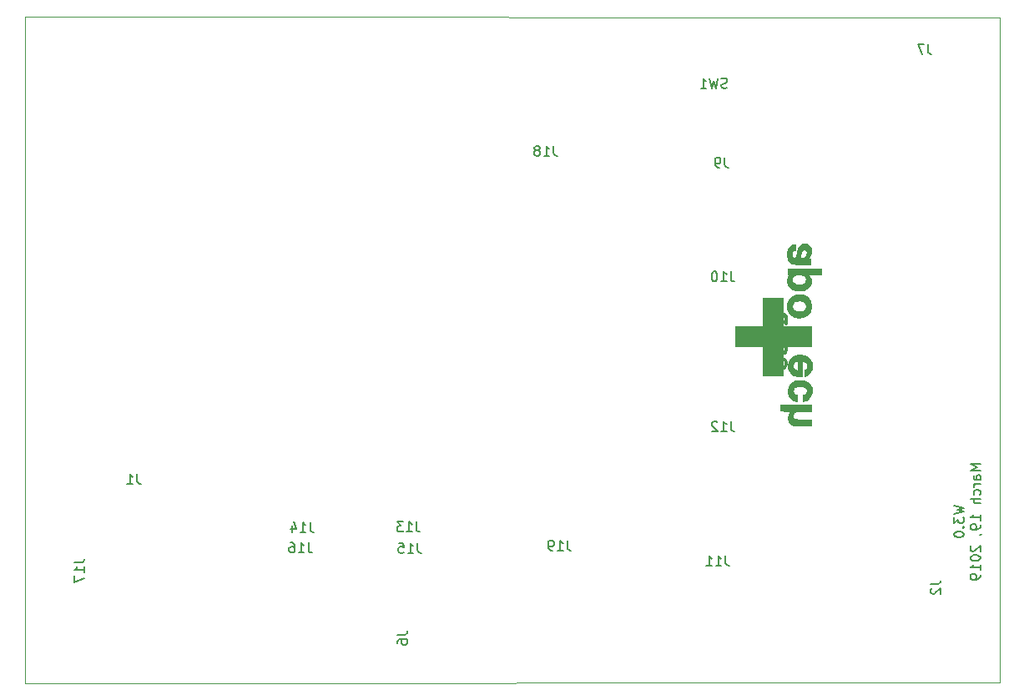
<source format=gbr>
G04 #@! TF.GenerationSoftware,KiCad,Pcbnew,(6.0.0-rc1-dev-1030-g80d50d98b)*
G04 #@! TF.CreationDate,2019-03-21T09:46:57-06:00*
G04 #@! TF.ProjectId,airmed_board_w3.0,6169726D65645F626F6172645F77332E,rev?*
G04 #@! TF.SameCoordinates,Original*
G04 #@! TF.FileFunction,Legend,Bot*
G04 #@! TF.FilePolarity,Positive*
%FSLAX46Y46*%
G04 Gerber Fmt 4.6, Leading zero omitted, Abs format (unit mm)*
G04 Created by KiCad (PCBNEW (6.0.0-rc1-dev-1030-g80d50d98b)) date Thursday, March 21, 2019 at 09:46:57 AM*
%MOMM*%
%LPD*%
G01*
G04 APERTURE LIST*
%ADD10C,0.150000*%
%ADD11C,0.050000*%
%ADD12C,0.010000*%
%ADD13C,0.300000*%
G04 APERTURE END LIST*
D10*
X140892780Y-128408632D02*
X141892780Y-128646727D01*
X141178495Y-128837203D01*
X141892780Y-129027680D01*
X140892780Y-129265775D01*
X140892780Y-129551489D02*
X140892780Y-130170537D01*
X141273733Y-129837203D01*
X141273733Y-129980060D01*
X141321352Y-130075299D01*
X141368971Y-130122918D01*
X141464209Y-130170537D01*
X141702304Y-130170537D01*
X141797542Y-130122918D01*
X141845161Y-130075299D01*
X141892780Y-129980060D01*
X141892780Y-129694346D01*
X141845161Y-129599108D01*
X141797542Y-129551489D01*
X141797542Y-130599108D02*
X141845161Y-130646727D01*
X141892780Y-130599108D01*
X141845161Y-130551489D01*
X141797542Y-130599108D01*
X141892780Y-130599108D01*
X140892780Y-131265775D02*
X140892780Y-131361013D01*
X140940400Y-131456251D01*
X140988019Y-131503870D01*
X141083257Y-131551489D01*
X141273733Y-131599108D01*
X141511828Y-131599108D01*
X141702304Y-131551489D01*
X141797542Y-131503870D01*
X141845161Y-131456251D01*
X141892780Y-131361013D01*
X141892780Y-131265775D01*
X141845161Y-131170537D01*
X141797542Y-131122918D01*
X141702304Y-131075299D01*
X141511828Y-131027680D01*
X141273733Y-131027680D01*
X141083257Y-131075299D01*
X140988019Y-131122918D01*
X140940400Y-131170537D01*
X140892780Y-131265775D01*
X143542780Y-124194346D02*
X142542780Y-124194346D01*
X143257066Y-124527680D01*
X142542780Y-124861013D01*
X143542780Y-124861013D01*
X143542780Y-125765775D02*
X143018971Y-125765775D01*
X142923733Y-125718156D01*
X142876114Y-125622918D01*
X142876114Y-125432441D01*
X142923733Y-125337203D01*
X143495161Y-125765775D02*
X143542780Y-125670537D01*
X143542780Y-125432441D01*
X143495161Y-125337203D01*
X143399923Y-125289584D01*
X143304685Y-125289584D01*
X143209447Y-125337203D01*
X143161828Y-125432441D01*
X143161828Y-125670537D01*
X143114209Y-125765775D01*
X143542780Y-126241965D02*
X142876114Y-126241965D01*
X143066590Y-126241965D02*
X142971352Y-126289584D01*
X142923733Y-126337203D01*
X142876114Y-126432441D01*
X142876114Y-126527680D01*
X143495161Y-127289584D02*
X143542780Y-127194346D01*
X143542780Y-127003870D01*
X143495161Y-126908632D01*
X143447542Y-126861013D01*
X143352304Y-126813394D01*
X143066590Y-126813394D01*
X142971352Y-126861013D01*
X142923733Y-126908632D01*
X142876114Y-127003870D01*
X142876114Y-127194346D01*
X142923733Y-127289584D01*
X143542780Y-127718156D02*
X142542780Y-127718156D01*
X143542780Y-128146727D02*
X143018971Y-128146727D01*
X142923733Y-128099108D01*
X142876114Y-128003870D01*
X142876114Y-127861013D01*
X142923733Y-127765775D01*
X142971352Y-127718156D01*
X143542780Y-129908632D02*
X143542780Y-129337203D01*
X143542780Y-129622918D02*
X142542780Y-129622918D01*
X142685638Y-129527680D01*
X142780876Y-129432441D01*
X142828495Y-129337203D01*
X143542780Y-130384822D02*
X143542780Y-130575299D01*
X143495161Y-130670537D01*
X143447542Y-130718156D01*
X143304685Y-130813394D01*
X143114209Y-130861013D01*
X142733257Y-130861013D01*
X142638019Y-130813394D01*
X142590400Y-130765775D01*
X142542780Y-130670537D01*
X142542780Y-130480060D01*
X142590400Y-130384822D01*
X142638019Y-130337203D01*
X142733257Y-130289584D01*
X142971352Y-130289584D01*
X143066590Y-130337203D01*
X143114209Y-130384822D01*
X143161828Y-130480060D01*
X143161828Y-130670537D01*
X143114209Y-130765775D01*
X143066590Y-130813394D01*
X142971352Y-130861013D01*
X143495161Y-131337203D02*
X143542780Y-131337203D01*
X143638019Y-131289584D01*
X143685638Y-131241965D01*
X142638019Y-132480060D02*
X142590400Y-132527680D01*
X142542780Y-132622918D01*
X142542780Y-132861013D01*
X142590400Y-132956251D01*
X142638019Y-133003870D01*
X142733257Y-133051489D01*
X142828495Y-133051489D01*
X142971352Y-133003870D01*
X143542780Y-132432441D01*
X143542780Y-133051489D01*
X142542780Y-133670537D02*
X142542780Y-133765775D01*
X142590400Y-133861013D01*
X142638019Y-133908632D01*
X142733257Y-133956251D01*
X142923733Y-134003870D01*
X143161828Y-134003870D01*
X143352304Y-133956251D01*
X143447542Y-133908632D01*
X143495161Y-133861013D01*
X143542780Y-133765775D01*
X143542780Y-133670537D01*
X143495161Y-133575299D01*
X143447542Y-133527680D01*
X143352304Y-133480060D01*
X143161828Y-133432441D01*
X142923733Y-133432441D01*
X142733257Y-133480060D01*
X142638019Y-133527680D01*
X142590400Y-133575299D01*
X142542780Y-133670537D01*
X143542780Y-134956251D02*
X143542780Y-134384822D01*
X143542780Y-134670537D02*
X142542780Y-134670537D01*
X142685638Y-134575299D01*
X142780876Y-134480060D01*
X142828495Y-134384822D01*
X143542780Y-135432441D02*
X143542780Y-135622918D01*
X143495161Y-135718156D01*
X143447542Y-135765775D01*
X143304685Y-135861013D01*
X143114209Y-135908632D01*
X142733257Y-135908632D01*
X142638019Y-135861013D01*
X142590400Y-135813394D01*
X142542780Y-135718156D01*
X142542780Y-135527680D01*
X142590400Y-135432441D01*
X142638019Y-135384822D01*
X142733257Y-135337203D01*
X142971352Y-135337203D01*
X143066590Y-135384822D01*
X143114209Y-135432441D01*
X143161828Y-135527680D01*
X143161828Y-135718156D01*
X143114209Y-135813394D01*
X143066590Y-135861013D01*
X142971352Y-135908632D01*
D11*
X145542000Y-146344640D02*
X46598840Y-146410680D01*
X145542000Y-78851760D02*
X145542000Y-146344640D01*
X46664880Y-78765400D02*
X145542000Y-78851760D01*
X46598840Y-146410680D02*
X46664880Y-78765400D01*
D12*
G04 #@! TO.C,G\002A\002A\002A*
G36*
X121443817Y-112243670D02*
X121443817Y-115171354D01*
X123502554Y-115171354D01*
X123502554Y-112243670D01*
X126376764Y-112243670D01*
X126376764Y-110184933D01*
X123502554Y-110184933D01*
X123502554Y-107350828D01*
X121443817Y-107350828D01*
X121443817Y-110184933D01*
X118649817Y-110184933D01*
X118649817Y-112243670D01*
X121443817Y-112243670D01*
X121443817Y-112243670D01*
G37*
X121443817Y-112243670D02*
X121443817Y-115171354D01*
X123502554Y-115171354D01*
X123502554Y-112243670D01*
X126376764Y-112243670D01*
X126376764Y-110184933D01*
X123502554Y-110184933D01*
X123502554Y-107350828D01*
X121443817Y-107350828D01*
X121443817Y-110184933D01*
X118649817Y-110184933D01*
X118649817Y-112243670D01*
X121443817Y-112243670D01*
G36*
X123957045Y-108265998D02*
X123980055Y-108434976D01*
X124021909Y-108593434D01*
X124042741Y-108649674D01*
X124089986Y-108751754D01*
X124146396Y-108842995D01*
X124217577Y-108931630D01*
X124278090Y-108995429D01*
X124335878Y-109051202D01*
X124385742Y-109093175D01*
X124436925Y-109128047D01*
X124498667Y-109162519D01*
X124532090Y-109179550D01*
X124695123Y-109247679D01*
X124866370Y-109294265D01*
X125042410Y-109319581D01*
X125219821Y-109323902D01*
X125395182Y-109307500D01*
X125565070Y-109270651D01*
X125726065Y-109213626D01*
X125874744Y-109136702D01*
X125979053Y-109063785D01*
X126096082Y-108953875D01*
X126194423Y-108825530D01*
X126273210Y-108680248D01*
X126331578Y-108519526D01*
X126357847Y-108409099D01*
X126368965Y-108325914D01*
X126374784Y-108225473D01*
X126375414Y-108116705D01*
X126370968Y-108008540D01*
X126361554Y-107909905D01*
X126350862Y-107845459D01*
X126302739Y-107676912D01*
X126233312Y-107524303D01*
X126143182Y-107388236D01*
X126032949Y-107269314D01*
X125903212Y-107168143D01*
X125754572Y-107085328D01*
X125587629Y-107021471D01*
X125511921Y-107000381D01*
X125433645Y-106985970D01*
X125336615Y-106976002D01*
X125228450Y-106970550D01*
X125166922Y-106970074D01*
X125166922Y-107603668D01*
X125325205Y-107610795D01*
X125461547Y-107632589D01*
X125576755Y-107669668D01*
X125671636Y-107722650D01*
X125746998Y-107792152D01*
X125803647Y-107878794D01*
X125842391Y-107983192D01*
X125864037Y-108105966D01*
X125866869Y-108139565D01*
X125865728Y-108162409D01*
X125861419Y-108202825D01*
X125855041Y-108250872D01*
X125827022Y-108365360D01*
X125778461Y-108462996D01*
X125709287Y-108543826D01*
X125619429Y-108607898D01*
X125508816Y-108655258D01*
X125377376Y-108685953D01*
X125225038Y-108700029D01*
X125166922Y-108701038D01*
X125008180Y-108692926D01*
X124870458Y-108668508D01*
X124753495Y-108627664D01*
X124657030Y-108570273D01*
X124580800Y-108496213D01*
X124524545Y-108405364D01*
X124523706Y-108403557D01*
X124507729Y-108367276D01*
X124496895Y-108335775D01*
X124490211Y-108302435D01*
X124486686Y-108260638D01*
X124485327Y-108203766D01*
X124485133Y-108146249D01*
X124485508Y-108073489D01*
X124487262Y-108021084D01*
X124491338Y-107982656D01*
X124498677Y-107951824D01*
X124510222Y-107922212D01*
X124521855Y-107897683D01*
X124575302Y-107810141D01*
X124642437Y-107739248D01*
X124725109Y-107684162D01*
X124825167Y-107644039D01*
X124944459Y-107618038D01*
X125084834Y-107605315D01*
X125166922Y-107603668D01*
X125166922Y-106970074D01*
X125116775Y-106969686D01*
X125009209Y-106973484D01*
X124913376Y-106982018D01*
X124842838Y-106993949D01*
X124668075Y-107046165D01*
X124510540Y-107118179D01*
X124370938Y-107209346D01*
X124249975Y-107319023D01*
X124148357Y-107446564D01*
X124066789Y-107591327D01*
X124005977Y-107752666D01*
X124003870Y-107759856D01*
X123968673Y-107922048D01*
X123953158Y-108092892D01*
X123957045Y-108265998D01*
X123957045Y-108265998D01*
G37*
X123957045Y-108265998D02*
X123980055Y-108434976D01*
X124021909Y-108593434D01*
X124042741Y-108649674D01*
X124089986Y-108751754D01*
X124146396Y-108842995D01*
X124217577Y-108931630D01*
X124278090Y-108995429D01*
X124335878Y-109051202D01*
X124385742Y-109093175D01*
X124436925Y-109128047D01*
X124498667Y-109162519D01*
X124532090Y-109179550D01*
X124695123Y-109247679D01*
X124866370Y-109294265D01*
X125042410Y-109319581D01*
X125219821Y-109323902D01*
X125395182Y-109307500D01*
X125565070Y-109270651D01*
X125726065Y-109213626D01*
X125874744Y-109136702D01*
X125979053Y-109063785D01*
X126096082Y-108953875D01*
X126194423Y-108825530D01*
X126273210Y-108680248D01*
X126331578Y-108519526D01*
X126357847Y-108409099D01*
X126368965Y-108325914D01*
X126374784Y-108225473D01*
X126375414Y-108116705D01*
X126370968Y-108008540D01*
X126361554Y-107909905D01*
X126350862Y-107845459D01*
X126302739Y-107676912D01*
X126233312Y-107524303D01*
X126143182Y-107388236D01*
X126032949Y-107269314D01*
X125903212Y-107168143D01*
X125754572Y-107085328D01*
X125587629Y-107021471D01*
X125511921Y-107000381D01*
X125433645Y-106985970D01*
X125336615Y-106976002D01*
X125228450Y-106970550D01*
X125166922Y-106970074D01*
X125166922Y-107603668D01*
X125325205Y-107610795D01*
X125461547Y-107632589D01*
X125576755Y-107669668D01*
X125671636Y-107722650D01*
X125746998Y-107792152D01*
X125803647Y-107878794D01*
X125842391Y-107983192D01*
X125864037Y-108105966D01*
X125866869Y-108139565D01*
X125865728Y-108162409D01*
X125861419Y-108202825D01*
X125855041Y-108250872D01*
X125827022Y-108365360D01*
X125778461Y-108462996D01*
X125709287Y-108543826D01*
X125619429Y-108607898D01*
X125508816Y-108655258D01*
X125377376Y-108685953D01*
X125225038Y-108700029D01*
X125166922Y-108701038D01*
X125008180Y-108692926D01*
X124870458Y-108668508D01*
X124753495Y-108627664D01*
X124657030Y-108570273D01*
X124580800Y-108496213D01*
X124524545Y-108405364D01*
X124523706Y-108403557D01*
X124507729Y-108367276D01*
X124496895Y-108335775D01*
X124490211Y-108302435D01*
X124486686Y-108260638D01*
X124485327Y-108203766D01*
X124485133Y-108146249D01*
X124485508Y-108073489D01*
X124487262Y-108021084D01*
X124491338Y-107982656D01*
X124498677Y-107951824D01*
X124510222Y-107922212D01*
X124521855Y-107897683D01*
X124575302Y-107810141D01*
X124642437Y-107739248D01*
X124725109Y-107684162D01*
X124825167Y-107644039D01*
X124944459Y-107618038D01*
X125084834Y-107605315D01*
X125166922Y-107603668D01*
X125166922Y-106970074D01*
X125116775Y-106969686D01*
X125009209Y-106973484D01*
X124913376Y-106982018D01*
X124842838Y-106993949D01*
X124668075Y-107046165D01*
X124510540Y-107118179D01*
X124370938Y-107209346D01*
X124249975Y-107319023D01*
X124148357Y-107446564D01*
X124066789Y-107591327D01*
X124005977Y-107752666D01*
X124003870Y-107759856D01*
X123968673Y-107922048D01*
X123953158Y-108092892D01*
X123957045Y-108265998D01*
G36*
X123960979Y-103117444D02*
X123983632Y-103264540D01*
X123990100Y-103294091D01*
X124034631Y-103434511D01*
X124098793Y-103557797D01*
X124181618Y-103662908D01*
X124282133Y-103748802D01*
X124399370Y-103814440D01*
X124511870Y-103853642D01*
X124557046Y-103864172D01*
X124608316Y-103873142D01*
X124667836Y-103880641D01*
X124737765Y-103886759D01*
X124820259Y-103891584D01*
X124917476Y-103895205D01*
X125031574Y-103897712D01*
X125164710Y-103899193D01*
X125319041Y-103899739D01*
X125496725Y-103899437D01*
X125608080Y-103898927D01*
X126316606Y-103895091D01*
X126316606Y-103320249D01*
X126219505Y-103300120D01*
X126122403Y-103279990D01*
X126161968Y-103239962D01*
X126210679Y-103179986D01*
X126258887Y-103101444D01*
X126302217Y-103012223D01*
X126332378Y-102932565D01*
X126346401Y-102886386D01*
X126356397Y-102843494D01*
X126363190Y-102797306D01*
X126367603Y-102741237D01*
X126370461Y-102668706D01*
X126371690Y-102618407D01*
X126372659Y-102517552D01*
X126370517Y-102437738D01*
X126364965Y-102373417D01*
X126355701Y-102319041D01*
X126355387Y-102317617D01*
X126314845Y-102187201D01*
X126255443Y-102075506D01*
X126177694Y-101983028D01*
X126082113Y-101910267D01*
X125969214Y-101857719D01*
X125848712Y-101827357D01*
X125779806Y-101821196D01*
X125695779Y-101821539D01*
X125681606Y-101822546D01*
X125681606Y-102439756D01*
X125765971Y-102447706D01*
X125831934Y-102472477D01*
X125880454Y-102515311D01*
X125912492Y-102577449D01*
X125929006Y-102660133D01*
X125931045Y-102762502D01*
X125927277Y-102826393D01*
X125920493Y-102874160D01*
X125908121Y-102916414D01*
X125887591Y-102963764D01*
X125876992Y-102985550D01*
X125814192Y-103086002D01*
X125734487Y-103166174D01*
X125636070Y-103227856D01*
X125628133Y-103231669D01*
X125593569Y-103246602D01*
X125560118Y-103256901D01*
X125521128Y-103263643D01*
X125469950Y-103267909D01*
X125399933Y-103270777D01*
X125384159Y-103271247D01*
X125303542Y-103272484D01*
X125248264Y-103270860D01*
X125218803Y-103266400D01*
X125213712Y-103262222D01*
X125223436Y-103242605D01*
X125226038Y-103240682D01*
X125238641Y-103221686D01*
X125255012Y-103179808D01*
X125274129Y-103118470D01*
X125294971Y-103041095D01*
X125316518Y-102951105D01*
X125327943Y-102899144D01*
X125358524Y-102770593D01*
X125390953Y-102666651D01*
X125426866Y-102585190D01*
X125467901Y-102524084D01*
X125515696Y-102481205D01*
X125571888Y-102454426D01*
X125638116Y-102441620D01*
X125681606Y-102439756D01*
X125681606Y-101822546D01*
X125607293Y-101827828D01*
X125525013Y-101839501D01*
X125494448Y-101845976D01*
X125381301Y-101886454D01*
X125276982Y-101949929D01*
X125185603Y-102033078D01*
X125111273Y-102132581D01*
X125088245Y-102174205D01*
X125062603Y-102228762D01*
X125040222Y-102285438D01*
X125020046Y-102348291D01*
X125001022Y-102421380D01*
X124982095Y-102508764D01*
X124962211Y-102614500D01*
X124940317Y-102742648D01*
X124939815Y-102745687D01*
X124919023Y-102868564D01*
X124900762Y-102967843D01*
X124884037Y-103046432D01*
X124867852Y-103107235D01*
X124851216Y-103153160D01*
X124833132Y-103187112D01*
X124812606Y-103211997D01*
X124788645Y-103230722D01*
X124770284Y-103241212D01*
X124715172Y-103257831D01*
X124651781Y-103259223D01*
X124590225Y-103246536D01*
X124540613Y-103220920D01*
X124532879Y-103214218D01*
X124489559Y-103162403D01*
X124459435Y-103100463D01*
X124441072Y-103023802D01*
X124433037Y-102927827D01*
X124432414Y-102892459D01*
X124434058Y-102810317D01*
X124439593Y-102743696D01*
X124448559Y-102697825D01*
X124449785Y-102694129D01*
X124490173Y-102619277D01*
X124553337Y-102556177D01*
X124637314Y-102506440D01*
X124711669Y-102479195D01*
X124765870Y-102463512D01*
X124769483Y-102178143D01*
X124773096Y-101892775D01*
X124669220Y-101902155D01*
X124524213Y-101926754D01*
X124393729Y-101972622D01*
X124278976Y-102039011D01*
X124181161Y-102125171D01*
X124101495Y-102230354D01*
X124080380Y-102267252D01*
X124032439Y-102378319D01*
X123995087Y-102508779D01*
X123968794Y-102653276D01*
X123954031Y-102806457D01*
X123951269Y-102962964D01*
X123960979Y-103117444D01*
X123960979Y-103117444D01*
G37*
X123960979Y-103117444D02*
X123983632Y-103264540D01*
X123990100Y-103294091D01*
X124034631Y-103434511D01*
X124098793Y-103557797D01*
X124181618Y-103662908D01*
X124282133Y-103748802D01*
X124399370Y-103814440D01*
X124511870Y-103853642D01*
X124557046Y-103864172D01*
X124608316Y-103873142D01*
X124667836Y-103880641D01*
X124737765Y-103886759D01*
X124820259Y-103891584D01*
X124917476Y-103895205D01*
X125031574Y-103897712D01*
X125164710Y-103899193D01*
X125319041Y-103899739D01*
X125496725Y-103899437D01*
X125608080Y-103898927D01*
X126316606Y-103895091D01*
X126316606Y-103320249D01*
X126219505Y-103300120D01*
X126122403Y-103279990D01*
X126161968Y-103239962D01*
X126210679Y-103179986D01*
X126258887Y-103101444D01*
X126302217Y-103012223D01*
X126332378Y-102932565D01*
X126346401Y-102886386D01*
X126356397Y-102843494D01*
X126363190Y-102797306D01*
X126367603Y-102741237D01*
X126370461Y-102668706D01*
X126371690Y-102618407D01*
X126372659Y-102517552D01*
X126370517Y-102437738D01*
X126364965Y-102373417D01*
X126355701Y-102319041D01*
X126355387Y-102317617D01*
X126314845Y-102187201D01*
X126255443Y-102075506D01*
X126177694Y-101983028D01*
X126082113Y-101910267D01*
X125969214Y-101857719D01*
X125848712Y-101827357D01*
X125779806Y-101821196D01*
X125695779Y-101821539D01*
X125681606Y-101822546D01*
X125681606Y-102439756D01*
X125765971Y-102447706D01*
X125831934Y-102472477D01*
X125880454Y-102515311D01*
X125912492Y-102577449D01*
X125929006Y-102660133D01*
X125931045Y-102762502D01*
X125927277Y-102826393D01*
X125920493Y-102874160D01*
X125908121Y-102916414D01*
X125887591Y-102963764D01*
X125876992Y-102985550D01*
X125814192Y-103086002D01*
X125734487Y-103166174D01*
X125636070Y-103227856D01*
X125628133Y-103231669D01*
X125593569Y-103246602D01*
X125560118Y-103256901D01*
X125521128Y-103263643D01*
X125469950Y-103267909D01*
X125399933Y-103270777D01*
X125384159Y-103271247D01*
X125303542Y-103272484D01*
X125248264Y-103270860D01*
X125218803Y-103266400D01*
X125213712Y-103262222D01*
X125223436Y-103242605D01*
X125226038Y-103240682D01*
X125238641Y-103221686D01*
X125255012Y-103179808D01*
X125274129Y-103118470D01*
X125294971Y-103041095D01*
X125316518Y-102951105D01*
X125327943Y-102899144D01*
X125358524Y-102770593D01*
X125390953Y-102666651D01*
X125426866Y-102585190D01*
X125467901Y-102524084D01*
X125515696Y-102481205D01*
X125571888Y-102454426D01*
X125638116Y-102441620D01*
X125681606Y-102439756D01*
X125681606Y-101822546D01*
X125607293Y-101827828D01*
X125525013Y-101839501D01*
X125494448Y-101845976D01*
X125381301Y-101886454D01*
X125276982Y-101949929D01*
X125185603Y-102033078D01*
X125111273Y-102132581D01*
X125088245Y-102174205D01*
X125062603Y-102228762D01*
X125040222Y-102285438D01*
X125020046Y-102348291D01*
X125001022Y-102421380D01*
X124982095Y-102508764D01*
X124962211Y-102614500D01*
X124940317Y-102742648D01*
X124939815Y-102745687D01*
X124919023Y-102868564D01*
X124900762Y-102967843D01*
X124884037Y-103046432D01*
X124867852Y-103107235D01*
X124851216Y-103153160D01*
X124833132Y-103187112D01*
X124812606Y-103211997D01*
X124788645Y-103230722D01*
X124770284Y-103241212D01*
X124715172Y-103257831D01*
X124651781Y-103259223D01*
X124590225Y-103246536D01*
X124540613Y-103220920D01*
X124532879Y-103214218D01*
X124489559Y-103162403D01*
X124459435Y-103100463D01*
X124441072Y-103023802D01*
X124433037Y-102927827D01*
X124432414Y-102892459D01*
X124434058Y-102810317D01*
X124439593Y-102743696D01*
X124448559Y-102697825D01*
X124449785Y-102694129D01*
X124490173Y-102619277D01*
X124553337Y-102556177D01*
X124637314Y-102506440D01*
X124711669Y-102479195D01*
X124765870Y-102463512D01*
X124769483Y-102178143D01*
X124773096Y-101892775D01*
X124669220Y-101902155D01*
X124524213Y-101926754D01*
X124393729Y-101972622D01*
X124278976Y-102039011D01*
X124181161Y-102125171D01*
X124101495Y-102230354D01*
X124080380Y-102267252D01*
X124032439Y-102378319D01*
X123995087Y-102508779D01*
X123968794Y-102653276D01*
X123954031Y-102806457D01*
X123951269Y-102962964D01*
X123960979Y-103117444D01*
G36*
X123265013Y-118483380D02*
X123268606Y-118787512D01*
X123830080Y-118794417D01*
X123949002Y-118795955D01*
X124058650Y-118797519D01*
X124156359Y-118799060D01*
X124239465Y-118800531D01*
X124305303Y-118801880D01*
X124351207Y-118803061D01*
X124374513Y-118804023D01*
X124376725Y-118804443D01*
X124351608Y-118818012D01*
X124315706Y-118847605D01*
X124274322Y-118887894D01*
X124232763Y-118933549D01*
X124196332Y-118979242D01*
X124181820Y-119000247D01*
X124151875Y-119053427D01*
X124121215Y-119118888D01*
X124096133Y-119183108D01*
X124094646Y-119187516D01*
X124079853Y-119234651D01*
X124069749Y-119276074D01*
X124063466Y-119318934D01*
X124060135Y-119370380D01*
X124058887Y-119437561D01*
X124058774Y-119482670D01*
X124059288Y-119560815D01*
X124061355Y-119619303D01*
X124065856Y-119665203D01*
X124073671Y-119705586D01*
X124085681Y-119747522D01*
X124095405Y-119776775D01*
X124148442Y-119898509D01*
X124218915Y-120008303D01*
X124303432Y-120101990D01*
X124398603Y-120175404D01*
X124437994Y-120197702D01*
X124465008Y-120211307D01*
X124490305Y-120223066D01*
X124515979Y-120233128D01*
X124544127Y-120241640D01*
X124576845Y-120248748D01*
X124616228Y-120254601D01*
X124664372Y-120259346D01*
X124723373Y-120263129D01*
X124795326Y-120266100D01*
X124882329Y-120268404D01*
X124986475Y-120270189D01*
X125109862Y-120271603D01*
X125254584Y-120272792D01*
X125422738Y-120273905D01*
X125531212Y-120274570D01*
X126416870Y-120279953D01*
X126416870Y-119650763D01*
X125611422Y-119646447D01*
X125428116Y-119645301D01*
X125270159Y-119643947D01*
X125136165Y-119642351D01*
X125024747Y-119640479D01*
X124934519Y-119638298D01*
X124864093Y-119635775D01*
X124812084Y-119632875D01*
X124777103Y-119629565D01*
X124757766Y-119625812D01*
X124757613Y-119625760D01*
X124674815Y-119585342D01*
X124611150Y-119527049D01*
X124585396Y-119488837D01*
X124570702Y-119460180D01*
X124561053Y-119432472D01*
X124555412Y-119399070D01*
X124552736Y-119353334D01*
X124551986Y-119288624D01*
X124551975Y-119275459D01*
X124552399Y-119207844D01*
X124554477Y-119160050D01*
X124559417Y-119125166D01*
X124568429Y-119096279D01*
X124582719Y-119066477D01*
X124591252Y-119050822D01*
X124653211Y-118962906D01*
X124731775Y-118894203D01*
X124828777Y-118843404D01*
X124922528Y-118814389D01*
X124946195Y-118809836D01*
X124976851Y-118806001D01*
X125016732Y-118802827D01*
X125068075Y-118800259D01*
X125133117Y-118798240D01*
X125214093Y-118796713D01*
X125313241Y-118795620D01*
X125432797Y-118794907D01*
X125574998Y-118794515D01*
X125711685Y-118794394D01*
X126416870Y-118794196D01*
X126416870Y-118179249D01*
X123261420Y-118179249D01*
X123265013Y-118483380D01*
X123265013Y-118483380D01*
G37*
X123265013Y-118483380D02*
X123268606Y-118787512D01*
X123830080Y-118794417D01*
X123949002Y-118795955D01*
X124058650Y-118797519D01*
X124156359Y-118799060D01*
X124239465Y-118800531D01*
X124305303Y-118801880D01*
X124351207Y-118803061D01*
X124374513Y-118804023D01*
X124376725Y-118804443D01*
X124351608Y-118818012D01*
X124315706Y-118847605D01*
X124274322Y-118887894D01*
X124232763Y-118933549D01*
X124196332Y-118979242D01*
X124181820Y-119000247D01*
X124151875Y-119053427D01*
X124121215Y-119118888D01*
X124096133Y-119183108D01*
X124094646Y-119187516D01*
X124079853Y-119234651D01*
X124069749Y-119276074D01*
X124063466Y-119318934D01*
X124060135Y-119370380D01*
X124058887Y-119437561D01*
X124058774Y-119482670D01*
X124059288Y-119560815D01*
X124061355Y-119619303D01*
X124065856Y-119665203D01*
X124073671Y-119705586D01*
X124085681Y-119747522D01*
X124095405Y-119776775D01*
X124148442Y-119898509D01*
X124218915Y-120008303D01*
X124303432Y-120101990D01*
X124398603Y-120175404D01*
X124437994Y-120197702D01*
X124465008Y-120211307D01*
X124490305Y-120223066D01*
X124515979Y-120233128D01*
X124544127Y-120241640D01*
X124576845Y-120248748D01*
X124616228Y-120254601D01*
X124664372Y-120259346D01*
X124723373Y-120263129D01*
X124795326Y-120266100D01*
X124882329Y-120268404D01*
X124986475Y-120270189D01*
X125109862Y-120271603D01*
X125254584Y-120272792D01*
X125422738Y-120273905D01*
X125531212Y-120274570D01*
X126416870Y-120279953D01*
X126416870Y-119650763D01*
X125611422Y-119646447D01*
X125428116Y-119645301D01*
X125270159Y-119643947D01*
X125136165Y-119642351D01*
X125024747Y-119640479D01*
X124934519Y-119638298D01*
X124864093Y-119635775D01*
X124812084Y-119632875D01*
X124777103Y-119629565D01*
X124757766Y-119625812D01*
X124757613Y-119625760D01*
X124674815Y-119585342D01*
X124611150Y-119527049D01*
X124585396Y-119488837D01*
X124570702Y-119460180D01*
X124561053Y-119432472D01*
X124555412Y-119399070D01*
X124552736Y-119353334D01*
X124551986Y-119288624D01*
X124551975Y-119275459D01*
X124552399Y-119207844D01*
X124554477Y-119160050D01*
X124559417Y-119125166D01*
X124568429Y-119096279D01*
X124582719Y-119066477D01*
X124591252Y-119050822D01*
X124653211Y-118962906D01*
X124731775Y-118894203D01*
X124828777Y-118843404D01*
X124922528Y-118814389D01*
X124946195Y-118809836D01*
X124976851Y-118806001D01*
X125016732Y-118802827D01*
X125068075Y-118800259D01*
X125133117Y-118798240D01*
X125214093Y-118796713D01*
X125313241Y-118795620D01*
X125432797Y-118794907D01*
X125574998Y-118794515D01*
X125711685Y-118794394D01*
X126416870Y-118794196D01*
X126416870Y-118179249D01*
X123261420Y-118179249D01*
X123265013Y-118483380D01*
G36*
X124062496Y-116983953D02*
X124098852Y-117141783D01*
X124150153Y-117276880D01*
X124227696Y-117414016D01*
X124323062Y-117531250D01*
X124436106Y-117628476D01*
X124566682Y-117705590D01*
X124714646Y-117762487D01*
X124876159Y-117798498D01*
X124932975Y-117807283D01*
X124932975Y-117179593D01*
X124883581Y-117170327D01*
X124791655Y-117139925D01*
X124708983Y-117086726D01*
X124639887Y-117014211D01*
X124593502Y-116936665D01*
X124578941Y-116898687D01*
X124570228Y-116856662D01*
X124566134Y-116802376D01*
X124565353Y-116748828D01*
X124566280Y-116685242D01*
X124570184Y-116639380D01*
X124578731Y-116602257D01*
X124593585Y-116564894D01*
X124603198Y-116544738D01*
X124657010Y-116465331D01*
X124733556Y-116399852D01*
X124832692Y-116348394D01*
X124954272Y-116311048D01*
X124979315Y-116305673D01*
X125037309Y-116298004D01*
X125114201Y-116293492D01*
X125202352Y-116292035D01*
X125294123Y-116293533D01*
X125381874Y-116297884D01*
X125457967Y-116304987D01*
X125505521Y-116312628D01*
X125632349Y-116348998D01*
X125739695Y-116399525D01*
X125826491Y-116462998D01*
X125891670Y-116538206D01*
X125934167Y-116623938D01*
X125952915Y-116718983D01*
X125948033Y-116815090D01*
X125919255Y-116921398D01*
X125870689Y-117012057D01*
X125804166Y-117085075D01*
X125721516Y-117138458D01*
X125624571Y-117170215D01*
X125621117Y-117170877D01*
X125574659Y-117179593D01*
X125574659Y-117791565D01*
X125605271Y-117791565D01*
X125655524Y-117785504D01*
X125722011Y-117768806D01*
X125797529Y-117743697D01*
X125874872Y-117712401D01*
X125902185Y-117699853D01*
X126036372Y-117621357D01*
X126156141Y-117521139D01*
X126260179Y-117400780D01*
X126347176Y-117261860D01*
X126415819Y-117105960D01*
X126430452Y-117062986D01*
X126446212Y-116995740D01*
X126457823Y-116909602D01*
X126465041Y-116812130D01*
X126467623Y-116710883D01*
X126465324Y-116613417D01*
X126457901Y-116527292D01*
X126449349Y-116477004D01*
X126401959Y-116320337D01*
X126333350Y-116179914D01*
X126243590Y-116055800D01*
X126132748Y-115948062D01*
X126000893Y-115856767D01*
X125848092Y-115781981D01*
X125674415Y-115723770D01*
X125670989Y-115722845D01*
X125626740Y-115711387D01*
X125587401Y-115702727D01*
X125548112Y-115696459D01*
X125504012Y-115692178D01*
X125450239Y-115689480D01*
X125381931Y-115687961D01*
X125294229Y-115687215D01*
X125240448Y-115687002D01*
X125139425Y-115686925D01*
X125060365Y-115687641D01*
X124998501Y-115689479D01*
X124949064Y-115692767D01*
X124907285Y-115697834D01*
X124868395Y-115705009D01*
X124827625Y-115714620D01*
X124823128Y-115715761D01*
X124657966Y-115767858D01*
X124514499Y-115834709D01*
X124391608Y-115917124D01*
X124288174Y-116015912D01*
X124203080Y-116131882D01*
X124171887Y-116187164D01*
X124111536Y-116330001D01*
X124070316Y-116486360D01*
X124048333Y-116650980D01*
X124045691Y-116818598D01*
X124062496Y-116983953D01*
X124062496Y-116983953D01*
G37*
X124062496Y-116983953D02*
X124098852Y-117141783D01*
X124150153Y-117276880D01*
X124227696Y-117414016D01*
X124323062Y-117531250D01*
X124436106Y-117628476D01*
X124566682Y-117705590D01*
X124714646Y-117762487D01*
X124876159Y-117798498D01*
X124932975Y-117807283D01*
X124932975Y-117179593D01*
X124883581Y-117170327D01*
X124791655Y-117139925D01*
X124708983Y-117086726D01*
X124639887Y-117014211D01*
X124593502Y-116936665D01*
X124578941Y-116898687D01*
X124570228Y-116856662D01*
X124566134Y-116802376D01*
X124565353Y-116748828D01*
X124566280Y-116685242D01*
X124570184Y-116639380D01*
X124578731Y-116602257D01*
X124593585Y-116564894D01*
X124603198Y-116544738D01*
X124657010Y-116465331D01*
X124733556Y-116399852D01*
X124832692Y-116348394D01*
X124954272Y-116311048D01*
X124979315Y-116305673D01*
X125037309Y-116298004D01*
X125114201Y-116293492D01*
X125202352Y-116292035D01*
X125294123Y-116293533D01*
X125381874Y-116297884D01*
X125457967Y-116304987D01*
X125505521Y-116312628D01*
X125632349Y-116348998D01*
X125739695Y-116399525D01*
X125826491Y-116462998D01*
X125891670Y-116538206D01*
X125934167Y-116623938D01*
X125952915Y-116718983D01*
X125948033Y-116815090D01*
X125919255Y-116921398D01*
X125870689Y-117012057D01*
X125804166Y-117085075D01*
X125721516Y-117138458D01*
X125624571Y-117170215D01*
X125621117Y-117170877D01*
X125574659Y-117179593D01*
X125574659Y-117791565D01*
X125605271Y-117791565D01*
X125655524Y-117785504D01*
X125722011Y-117768806D01*
X125797529Y-117743697D01*
X125874872Y-117712401D01*
X125902185Y-117699853D01*
X126036372Y-117621357D01*
X126156141Y-117521139D01*
X126260179Y-117400780D01*
X126347176Y-117261860D01*
X126415819Y-117105960D01*
X126430452Y-117062986D01*
X126446212Y-116995740D01*
X126457823Y-116909602D01*
X126465041Y-116812130D01*
X126467623Y-116710883D01*
X126465324Y-116613417D01*
X126457901Y-116527292D01*
X126449349Y-116477004D01*
X126401959Y-116320337D01*
X126333350Y-116179914D01*
X126243590Y-116055800D01*
X126132748Y-115948062D01*
X126000893Y-115856767D01*
X125848092Y-115781981D01*
X125674415Y-115723770D01*
X125670989Y-115722845D01*
X125626740Y-115711387D01*
X125587401Y-115702727D01*
X125548112Y-115696459D01*
X125504012Y-115692178D01*
X125450239Y-115689480D01*
X125381931Y-115687961D01*
X125294229Y-115687215D01*
X125240448Y-115687002D01*
X125139425Y-115686925D01*
X125060365Y-115687641D01*
X124998501Y-115689479D01*
X124949064Y-115692767D01*
X124907285Y-115697834D01*
X124868395Y-115705009D01*
X124827625Y-115714620D01*
X124823128Y-115715761D01*
X124657966Y-115767858D01*
X124514499Y-115834709D01*
X124391608Y-115917124D01*
X124288174Y-116015912D01*
X124203080Y-116131882D01*
X124171887Y-116187164D01*
X124111536Y-116330001D01*
X124070316Y-116486360D01*
X124048333Y-116650980D01*
X124045691Y-116818598D01*
X124062496Y-116983953D01*
G36*
X124060554Y-114441373D02*
X124098995Y-114599746D01*
X124159408Y-114743340D01*
X124241384Y-114871587D01*
X124344511Y-114983916D01*
X124468378Y-115079759D01*
X124612574Y-115158545D01*
X124776689Y-115219705D01*
X124893222Y-115249602D01*
X124949489Y-115260134D01*
X125018297Y-115270548D01*
X125094395Y-115280328D01*
X125172533Y-115288959D01*
X125247460Y-115295925D01*
X125313926Y-115300711D01*
X125366680Y-115302802D01*
X125400470Y-115301682D01*
X125407803Y-115300108D01*
X125411994Y-115295769D01*
X125415562Y-115284925D01*
X125418555Y-115265631D01*
X125421022Y-115235944D01*
X125423010Y-115193919D01*
X125424568Y-115137614D01*
X125425744Y-115065084D01*
X125426586Y-114974385D01*
X125427144Y-114863574D01*
X125427464Y-114730706D01*
X125427596Y-114573839D01*
X125427606Y-114502533D01*
X125427606Y-113712558D01*
X125491106Y-113721814D01*
X125622337Y-113751944D01*
X125736935Y-113801319D01*
X125833471Y-113869233D01*
X125876863Y-113912549D01*
X125929123Y-113988642D01*
X125963619Y-114075534D01*
X125981003Y-114168864D01*
X125981926Y-114264269D01*
X125967039Y-114357388D01*
X125936994Y-114443858D01*
X125892440Y-114519317D01*
X125834030Y-114579404D01*
X125771843Y-114616035D01*
X125721712Y-114636976D01*
X125721712Y-115267832D01*
X125758475Y-115259065D01*
X125806281Y-115243072D01*
X125868573Y-115215797D01*
X125937791Y-115181084D01*
X126006371Y-115142774D01*
X126066752Y-115104708D01*
X126078770Y-115096331D01*
X126173964Y-115014638D01*
X126262151Y-114912560D01*
X126339147Y-114796302D01*
X126400770Y-114672066D01*
X126438410Y-114563091D01*
X126449029Y-114507519D01*
X126457203Y-114432060D01*
X126462789Y-114343464D01*
X126465641Y-114248480D01*
X126465616Y-114153858D01*
X126462569Y-114066349D01*
X126456356Y-113992703D01*
X126451319Y-113959394D01*
X126408495Y-113791364D01*
X126347054Y-113642076D01*
X126266731Y-113511303D01*
X126167265Y-113398820D01*
X126048391Y-113304399D01*
X125909845Y-113227816D01*
X125751365Y-113168844D01*
X125572686Y-113127256D01*
X125463035Y-113111399D01*
X125356503Y-113103235D01*
X125238523Y-113101324D01*
X125117428Y-113105287D01*
X125026554Y-113112703D01*
X125026554Y-113737209D01*
X125026554Y-114666799D01*
X124958582Y-114657782D01*
X124848146Y-114632919D01*
X124753501Y-114588642D01*
X124669941Y-114522704D01*
X124664503Y-114517337D01*
X124605328Y-114447610D01*
X124566434Y-114374294D01*
X124545168Y-114290587D01*
X124538877Y-114195178D01*
X124540529Y-114136089D01*
X124547874Y-114090458D01*
X124563927Y-114045141D01*
X124582328Y-114005822D01*
X124611731Y-113954169D01*
X124645793Y-113906077D01*
X124675274Y-113873791D01*
X124736354Y-113830099D01*
X124811587Y-113790731D01*
X124889917Y-113760713D01*
X124957909Y-113745339D01*
X125026554Y-113737209D01*
X125026554Y-113112703D01*
X125001547Y-113114745D01*
X124899212Y-113129321D01*
X124852764Y-113139125D01*
X124791116Y-113157412D01*
X124717126Y-113184183D01*
X124641980Y-113215210D01*
X124599524Y-113234823D01*
X124532889Y-113268688D01*
X124480864Y-113299657D01*
X124434798Y-113333964D01*
X124386045Y-113377843D01*
X124345033Y-113418248D01*
X124248008Y-113528887D01*
X124171943Y-113646178D01*
X124115051Y-113774165D01*
X124075545Y-113916889D01*
X124051636Y-114078393D01*
X124051235Y-114082572D01*
X124044497Y-114268792D01*
X124060554Y-114441373D01*
X124060554Y-114441373D01*
G37*
X124060554Y-114441373D02*
X124098995Y-114599746D01*
X124159408Y-114743340D01*
X124241384Y-114871587D01*
X124344511Y-114983916D01*
X124468378Y-115079759D01*
X124612574Y-115158545D01*
X124776689Y-115219705D01*
X124893222Y-115249602D01*
X124949489Y-115260134D01*
X125018297Y-115270548D01*
X125094395Y-115280328D01*
X125172533Y-115288959D01*
X125247460Y-115295925D01*
X125313926Y-115300711D01*
X125366680Y-115302802D01*
X125400470Y-115301682D01*
X125407803Y-115300108D01*
X125411994Y-115295769D01*
X125415562Y-115284925D01*
X125418555Y-115265631D01*
X125421022Y-115235944D01*
X125423010Y-115193919D01*
X125424568Y-115137614D01*
X125425744Y-115065084D01*
X125426586Y-114974385D01*
X125427144Y-114863574D01*
X125427464Y-114730706D01*
X125427596Y-114573839D01*
X125427606Y-114502533D01*
X125427606Y-113712558D01*
X125491106Y-113721814D01*
X125622337Y-113751944D01*
X125736935Y-113801319D01*
X125833471Y-113869233D01*
X125876863Y-113912549D01*
X125929123Y-113988642D01*
X125963619Y-114075534D01*
X125981003Y-114168864D01*
X125981926Y-114264269D01*
X125967039Y-114357388D01*
X125936994Y-114443858D01*
X125892440Y-114519317D01*
X125834030Y-114579404D01*
X125771843Y-114616035D01*
X125721712Y-114636976D01*
X125721712Y-115267832D01*
X125758475Y-115259065D01*
X125806281Y-115243072D01*
X125868573Y-115215797D01*
X125937791Y-115181084D01*
X126006371Y-115142774D01*
X126066752Y-115104708D01*
X126078770Y-115096331D01*
X126173964Y-115014638D01*
X126262151Y-114912560D01*
X126339147Y-114796302D01*
X126400770Y-114672066D01*
X126438410Y-114563091D01*
X126449029Y-114507519D01*
X126457203Y-114432060D01*
X126462789Y-114343464D01*
X126465641Y-114248480D01*
X126465616Y-114153858D01*
X126462569Y-114066349D01*
X126456356Y-113992703D01*
X126451319Y-113959394D01*
X126408495Y-113791364D01*
X126347054Y-113642076D01*
X126266731Y-113511303D01*
X126167265Y-113398820D01*
X126048391Y-113304399D01*
X125909845Y-113227816D01*
X125751365Y-113168844D01*
X125572686Y-113127256D01*
X125463035Y-113111399D01*
X125356503Y-113103235D01*
X125238523Y-113101324D01*
X125117428Y-113105287D01*
X125026554Y-113112703D01*
X125026554Y-113737209D01*
X125026554Y-114666799D01*
X124958582Y-114657782D01*
X124848146Y-114632919D01*
X124753501Y-114588642D01*
X124669941Y-114522704D01*
X124664503Y-114517337D01*
X124605328Y-114447610D01*
X124566434Y-114374294D01*
X124545168Y-114290587D01*
X124538877Y-114195178D01*
X124540529Y-114136089D01*
X124547874Y-114090458D01*
X124563927Y-114045141D01*
X124582328Y-114005822D01*
X124611731Y-113954169D01*
X124645793Y-113906077D01*
X124675274Y-113873791D01*
X124736354Y-113830099D01*
X124811587Y-113790731D01*
X124889917Y-113760713D01*
X124957909Y-113745339D01*
X125026554Y-113737209D01*
X125026554Y-113112703D01*
X125001547Y-113114745D01*
X124899212Y-113129321D01*
X124852764Y-113139125D01*
X124791116Y-113157412D01*
X124717126Y-113184183D01*
X124641980Y-113215210D01*
X124599524Y-113234823D01*
X124532889Y-113268688D01*
X124480864Y-113299657D01*
X124434798Y-113333964D01*
X124386045Y-113377843D01*
X124345033Y-113418248D01*
X124248008Y-113528887D01*
X124171943Y-113646178D01*
X124115051Y-113774165D01*
X124075545Y-113916889D01*
X124051636Y-114078393D01*
X124051235Y-114082572D01*
X124044497Y-114268792D01*
X124060554Y-114441373D01*
G36*
X123965823Y-105747946D02*
X124000868Y-105898291D01*
X124059093Y-106036377D01*
X124139804Y-106161351D01*
X124242306Y-106272359D01*
X124365906Y-106368548D01*
X124509910Y-106449062D01*
X124673624Y-106513050D01*
X124719080Y-106526802D01*
X124872322Y-106561156D01*
X125039172Y-106581976D01*
X125209801Y-106588596D01*
X125374379Y-106580350D01*
X125423297Y-106574580D01*
X125610008Y-106539054D01*
X125778325Y-106486095D01*
X125927616Y-106416140D01*
X126057247Y-106329627D01*
X126166586Y-106226994D01*
X126255001Y-106108679D01*
X126321859Y-105975120D01*
X126333320Y-105944561D01*
X126355763Y-105859529D01*
X126370352Y-105758761D01*
X126376620Y-105651825D01*
X126374100Y-105548287D01*
X126362326Y-105457714D01*
X126358004Y-105438706D01*
X126310003Y-105301922D01*
X126238547Y-105175207D01*
X126146253Y-105062704D01*
X126084736Y-105006037D01*
X126026656Y-104957880D01*
X127406133Y-104957880D01*
X127406133Y-104356301D01*
X125160833Y-104356301D01*
X125160833Y-104943402D01*
X125256524Y-104947190D01*
X125344430Y-104955037D01*
X125407633Y-104965005D01*
X125536993Y-105001583D01*
X125644858Y-105053327D01*
X125730960Y-105120021D01*
X125795031Y-105201450D01*
X125836801Y-105297395D01*
X125841702Y-105315278D01*
X125848954Y-105368165D01*
X125850102Y-105436980D01*
X125845752Y-105511770D01*
X125836508Y-105582582D01*
X125822975Y-105639462D01*
X125821788Y-105642934D01*
X125783804Y-105716563D01*
X125725728Y-105786456D01*
X125654028Y-105845835D01*
X125596959Y-105878572D01*
X125532718Y-105906380D01*
X125471945Y-105926644D01*
X125408394Y-105940441D01*
X125335820Y-105948847D01*
X125247976Y-105952938D01*
X125160238Y-105953828D01*
X125044439Y-105951389D01*
X124949219Y-105943139D01*
X124868785Y-105927674D01*
X124797344Y-105903592D01*
X124729104Y-105869490D01*
X124677030Y-105836824D01*
X124588223Y-105763644D01*
X124522578Y-105681194D01*
X124479367Y-105592202D01*
X124457857Y-105499398D01*
X124457320Y-105405508D01*
X124477024Y-105313262D01*
X124516240Y-105225388D01*
X124574236Y-105144614D01*
X124650283Y-105073670D01*
X124743650Y-105015282D01*
X124853607Y-104972180D01*
X124912373Y-104957659D01*
X124980225Y-104948510D01*
X125065889Y-104943800D01*
X125160833Y-104943402D01*
X125160833Y-104356301D01*
X124010554Y-104356301D01*
X124010554Y-104944512D01*
X124284606Y-104944808D01*
X124237817Y-104980560D01*
X124136782Y-105071912D01*
X124058694Y-105174691D01*
X124002832Y-105290434D01*
X123968480Y-105420678D01*
X123954918Y-105566958D01*
X123954650Y-105586196D01*
X123965823Y-105747946D01*
X123965823Y-105747946D01*
G37*
X123965823Y-105747946D02*
X124000868Y-105898291D01*
X124059093Y-106036377D01*
X124139804Y-106161351D01*
X124242306Y-106272359D01*
X124365906Y-106368548D01*
X124509910Y-106449062D01*
X124673624Y-106513050D01*
X124719080Y-106526802D01*
X124872322Y-106561156D01*
X125039172Y-106581976D01*
X125209801Y-106588596D01*
X125374379Y-106580350D01*
X125423297Y-106574580D01*
X125610008Y-106539054D01*
X125778325Y-106486095D01*
X125927616Y-106416140D01*
X126057247Y-106329627D01*
X126166586Y-106226994D01*
X126255001Y-106108679D01*
X126321859Y-105975120D01*
X126333320Y-105944561D01*
X126355763Y-105859529D01*
X126370352Y-105758761D01*
X126376620Y-105651825D01*
X126374100Y-105548287D01*
X126362326Y-105457714D01*
X126358004Y-105438706D01*
X126310003Y-105301922D01*
X126238547Y-105175207D01*
X126146253Y-105062704D01*
X126084736Y-105006037D01*
X126026656Y-104957880D01*
X127406133Y-104957880D01*
X127406133Y-104356301D01*
X125160833Y-104356301D01*
X125160833Y-104943402D01*
X125256524Y-104947190D01*
X125344430Y-104955037D01*
X125407633Y-104965005D01*
X125536993Y-105001583D01*
X125644858Y-105053327D01*
X125730960Y-105120021D01*
X125795031Y-105201450D01*
X125836801Y-105297395D01*
X125841702Y-105315278D01*
X125848954Y-105368165D01*
X125850102Y-105436980D01*
X125845752Y-105511770D01*
X125836508Y-105582582D01*
X125822975Y-105639462D01*
X125821788Y-105642934D01*
X125783804Y-105716563D01*
X125725728Y-105786456D01*
X125654028Y-105845835D01*
X125596959Y-105878572D01*
X125532718Y-105906380D01*
X125471945Y-105926644D01*
X125408394Y-105940441D01*
X125335820Y-105948847D01*
X125247976Y-105952938D01*
X125160238Y-105953828D01*
X125044439Y-105951389D01*
X124949219Y-105943139D01*
X124868785Y-105927674D01*
X124797344Y-105903592D01*
X124729104Y-105869490D01*
X124677030Y-105836824D01*
X124588223Y-105763644D01*
X124522578Y-105681194D01*
X124479367Y-105592202D01*
X124457857Y-105499398D01*
X124457320Y-105405508D01*
X124477024Y-105313262D01*
X124516240Y-105225388D01*
X124574236Y-105144614D01*
X124650283Y-105073670D01*
X124743650Y-105015282D01*
X124853607Y-104972180D01*
X124912373Y-104957659D01*
X124980225Y-104948510D01*
X125065889Y-104943800D01*
X125160833Y-104943402D01*
X125160833Y-104356301D01*
X124010554Y-104356301D01*
X124010554Y-104944512D01*
X124284606Y-104944808D01*
X124237817Y-104980560D01*
X124136782Y-105071912D01*
X124058694Y-105174691D01*
X124002832Y-105290434D01*
X123968480Y-105420678D01*
X123954918Y-105566958D01*
X123954650Y-105586196D01*
X123965823Y-105747946D01*
G04 #@! TD*
G04 #@! TO.C,J1*
D10*
X57991333Y-125195080D02*
X57991333Y-125909366D01*
X58038952Y-126052223D01*
X58134190Y-126147461D01*
X58277047Y-126195080D01*
X58372285Y-126195080D01*
X56991333Y-126195080D02*
X57562761Y-126195080D01*
X57277047Y-126195080D02*
X57277047Y-125195080D01*
X57372285Y-125337938D01*
X57467523Y-125433176D01*
X57562761Y-125480795D01*
G04 #@! TO.C,SW1*
X117857933Y-85996201D02*
X117715076Y-86043820D01*
X117476980Y-86043820D01*
X117381742Y-85996201D01*
X117334123Y-85948582D01*
X117286504Y-85853344D01*
X117286504Y-85758106D01*
X117334123Y-85662868D01*
X117381742Y-85615249D01*
X117476980Y-85567630D01*
X117667457Y-85520011D01*
X117762695Y-85472392D01*
X117810314Y-85424773D01*
X117857933Y-85329535D01*
X117857933Y-85234297D01*
X117810314Y-85139059D01*
X117762695Y-85091440D01*
X117667457Y-85043820D01*
X117429361Y-85043820D01*
X117286504Y-85091440D01*
X116953171Y-85043820D02*
X116715076Y-86043820D01*
X116524600Y-85329535D01*
X116334123Y-86043820D01*
X116096028Y-85043820D01*
X115191266Y-86043820D02*
X115762695Y-86043820D01*
X115476980Y-86043820D02*
X115476980Y-85043820D01*
X115572219Y-85186678D01*
X115667457Y-85281916D01*
X115762695Y-85329535D01*
G04 #@! TO.C,J19*
X101663723Y-131945480D02*
X101663723Y-132659766D01*
X101711342Y-132802623D01*
X101806580Y-132897861D01*
X101949438Y-132945480D01*
X102044676Y-132945480D01*
X100663723Y-132945480D02*
X101235152Y-132945480D01*
X100949438Y-132945480D02*
X100949438Y-131945480D01*
X101044676Y-132088338D01*
X101139914Y-132183576D01*
X101235152Y-132231195D01*
X100187533Y-132945480D02*
X99997057Y-132945480D01*
X99901819Y-132897861D01*
X99854200Y-132850242D01*
X99758961Y-132707385D01*
X99711342Y-132516909D01*
X99711342Y-132135957D01*
X99758961Y-132040719D01*
X99806580Y-131993100D01*
X99901819Y-131945480D01*
X100092295Y-131945480D01*
X100187533Y-131993100D01*
X100235152Y-132040719D01*
X100282771Y-132135957D01*
X100282771Y-132374052D01*
X100235152Y-132469290D01*
X100187533Y-132516909D01*
X100092295Y-132564528D01*
X99901819Y-132564528D01*
X99806580Y-132516909D01*
X99758961Y-132469290D01*
X99711342Y-132374052D01*
G04 #@! TO.C,J18*
X100259723Y-91914380D02*
X100259723Y-92628666D01*
X100307342Y-92771523D01*
X100402580Y-92866761D01*
X100545438Y-92914380D01*
X100640676Y-92914380D01*
X99259723Y-92914380D02*
X99831152Y-92914380D01*
X99545438Y-92914380D02*
X99545438Y-91914380D01*
X99640676Y-92057238D01*
X99735914Y-92152476D01*
X99831152Y-92200095D01*
X98688295Y-92342952D02*
X98783533Y-92295333D01*
X98831152Y-92247714D01*
X98878771Y-92152476D01*
X98878771Y-92104857D01*
X98831152Y-92009619D01*
X98783533Y-91962000D01*
X98688295Y-91914380D01*
X98497819Y-91914380D01*
X98402580Y-91962000D01*
X98354961Y-92009619D01*
X98307342Y-92104857D01*
X98307342Y-92152476D01*
X98354961Y-92247714D01*
X98402580Y-92295333D01*
X98497819Y-92342952D01*
X98688295Y-92342952D01*
X98783533Y-92390571D01*
X98831152Y-92438190D01*
X98878771Y-92533428D01*
X98878771Y-92723904D01*
X98831152Y-92819142D01*
X98783533Y-92866761D01*
X98688295Y-92914380D01*
X98497819Y-92914380D01*
X98402580Y-92866761D01*
X98354961Y-92819142D01*
X98307342Y-92723904D01*
X98307342Y-92533428D01*
X98354961Y-92438190D01*
X98402580Y-92390571D01*
X98497819Y-92342952D01*
G04 #@! TO.C,J17*
X51617980Y-134186076D02*
X52332266Y-134186076D01*
X52475123Y-134138457D01*
X52570361Y-134043219D01*
X52617980Y-133900361D01*
X52617980Y-133805123D01*
X52617980Y-135186076D02*
X52617980Y-134614647D01*
X52617980Y-134900361D02*
X51617980Y-134900361D01*
X51760838Y-134805123D01*
X51856076Y-134709885D01*
X51903695Y-134614647D01*
X51617980Y-135519409D02*
X51617980Y-136186076D01*
X52617980Y-135757504D01*
G04 #@! TO.C,J16*
X75384563Y-132166460D02*
X75384563Y-132880746D01*
X75432182Y-133023603D01*
X75527420Y-133118841D01*
X75670278Y-133166460D01*
X75765516Y-133166460D01*
X74384563Y-133166460D02*
X74955992Y-133166460D01*
X74670278Y-133166460D02*
X74670278Y-132166460D01*
X74765516Y-132309318D01*
X74860754Y-132404556D01*
X74955992Y-132452175D01*
X73527420Y-132166460D02*
X73717897Y-132166460D01*
X73813135Y-132214080D01*
X73860754Y-132261699D01*
X73955992Y-132404556D01*
X74003611Y-132595032D01*
X74003611Y-132975984D01*
X73955992Y-133071222D01*
X73908373Y-133118841D01*
X73813135Y-133166460D01*
X73622659Y-133166460D01*
X73527420Y-133118841D01*
X73479801Y-133071222D01*
X73432182Y-132975984D01*
X73432182Y-132737889D01*
X73479801Y-132642651D01*
X73527420Y-132595032D01*
X73622659Y-132547413D01*
X73813135Y-132547413D01*
X73908373Y-132595032D01*
X73955992Y-132642651D01*
X74003611Y-132737889D01*
G04 #@! TO.C,J15*
X86458643Y-132196940D02*
X86458643Y-132911226D01*
X86506262Y-133054083D01*
X86601500Y-133149321D01*
X86744358Y-133196940D01*
X86839596Y-133196940D01*
X85458643Y-133196940D02*
X86030072Y-133196940D01*
X85744358Y-133196940D02*
X85744358Y-132196940D01*
X85839596Y-132339798D01*
X85934834Y-132435036D01*
X86030072Y-132482655D01*
X84553881Y-132196940D02*
X85030072Y-132196940D01*
X85077691Y-132673131D01*
X85030072Y-132625512D01*
X84934834Y-132577893D01*
X84696739Y-132577893D01*
X84601500Y-132625512D01*
X84553881Y-132673131D01*
X84506262Y-132768369D01*
X84506262Y-133006464D01*
X84553881Y-133101702D01*
X84601500Y-133149321D01*
X84696739Y-133196940D01*
X84934834Y-133196940D01*
X85030072Y-133149321D01*
X85077691Y-133101702D01*
G04 #@! TO.C,J14*
X75556003Y-130070260D02*
X75556003Y-130784546D01*
X75603622Y-130927403D01*
X75698860Y-131022641D01*
X75841718Y-131070260D01*
X75936956Y-131070260D01*
X74556003Y-131070260D02*
X75127432Y-131070260D01*
X74841718Y-131070260D02*
X74841718Y-130070260D01*
X74936956Y-130213118D01*
X75032194Y-130308356D01*
X75127432Y-130355975D01*
X73698860Y-130403594D02*
X73698860Y-131070260D01*
X73936956Y-130022641D02*
X74175051Y-130736927D01*
X73556003Y-130736927D01*
G04 #@! TO.C,J13*
X86341163Y-130049940D02*
X86341163Y-130764226D01*
X86388782Y-130907083D01*
X86484020Y-131002321D01*
X86626878Y-131049940D01*
X86722116Y-131049940D01*
X85341163Y-131049940D02*
X85912592Y-131049940D01*
X85626878Y-131049940D02*
X85626878Y-130049940D01*
X85722116Y-130192798D01*
X85817354Y-130288036D01*
X85912592Y-130335655D01*
X85007830Y-130049940D02*
X84388782Y-130049940D01*
X84722116Y-130430893D01*
X84579259Y-130430893D01*
X84484020Y-130478512D01*
X84436401Y-130526131D01*
X84388782Y-130621369D01*
X84388782Y-130859464D01*
X84436401Y-130954702D01*
X84484020Y-131002321D01*
X84579259Y-131049940D01*
X84864973Y-131049940D01*
X84960211Y-131002321D01*
X85007830Y-130954702D01*
G04 #@! TO.C,J12*
X118249283Y-119857620D02*
X118249283Y-120571906D01*
X118296902Y-120714763D01*
X118392140Y-120810001D01*
X118534998Y-120857620D01*
X118630236Y-120857620D01*
X117249283Y-120857620D02*
X117820712Y-120857620D01*
X117534998Y-120857620D02*
X117534998Y-119857620D01*
X117630236Y-120000478D01*
X117725474Y-120095716D01*
X117820712Y-120143335D01*
X116868331Y-119952859D02*
X116820712Y-119905240D01*
X116725474Y-119857620D01*
X116487379Y-119857620D01*
X116392140Y-119905240D01*
X116344521Y-119952859D01*
X116296902Y-120048097D01*
X116296902Y-120143335D01*
X116344521Y-120286192D01*
X116915950Y-120857620D01*
X116296902Y-120857620D01*
G04 #@! TO.C,J11*
X117705403Y-133493260D02*
X117705403Y-134207546D01*
X117753022Y-134350403D01*
X117848260Y-134445641D01*
X117991118Y-134493260D01*
X118086356Y-134493260D01*
X116705403Y-134493260D02*
X117276832Y-134493260D01*
X116991118Y-134493260D02*
X116991118Y-133493260D01*
X117086356Y-133636118D01*
X117181594Y-133731356D01*
X117276832Y-133778975D01*
X115753022Y-134493260D02*
X116324451Y-134493260D01*
X116038737Y-134493260D02*
X116038737Y-133493260D01*
X116133975Y-133636118D01*
X116229213Y-133731356D01*
X116324451Y-133778975D01*
G04 #@! TO.C,J10*
X118249283Y-104648100D02*
X118249283Y-105362386D01*
X118296902Y-105505243D01*
X118392140Y-105600481D01*
X118534998Y-105648100D01*
X118630236Y-105648100D01*
X117249283Y-105648100D02*
X117820712Y-105648100D01*
X117534998Y-105648100D02*
X117534998Y-104648100D01*
X117630236Y-104790958D01*
X117725474Y-104886196D01*
X117820712Y-104933815D01*
X116630236Y-104648100D02*
X116534998Y-104648100D01*
X116439760Y-104695720D01*
X116392140Y-104743339D01*
X116344521Y-104838577D01*
X116296902Y-105029053D01*
X116296902Y-105267148D01*
X116344521Y-105457624D01*
X116392140Y-105552862D01*
X116439760Y-105600481D01*
X116534998Y-105648100D01*
X116630236Y-105648100D01*
X116725474Y-105600481D01*
X116773093Y-105552862D01*
X116820712Y-105457624D01*
X116868331Y-105267148D01*
X116868331Y-105029053D01*
X116820712Y-104838577D01*
X116773093Y-104743339D01*
X116725474Y-104695720D01*
X116630236Y-104648100D01*
G04 #@! TO.C,J9*
X117625773Y-93075860D02*
X117625773Y-93790146D01*
X117673392Y-93933003D01*
X117768630Y-94028241D01*
X117911487Y-94075860D01*
X118006725Y-94075860D01*
X117101963Y-94075860D02*
X116911487Y-94075860D01*
X116816249Y-94028241D01*
X116768630Y-93980622D01*
X116673392Y-93837765D01*
X116625773Y-93647289D01*
X116625773Y-93266337D01*
X116673392Y-93171099D01*
X116721011Y-93123480D01*
X116816249Y-93075860D01*
X117006725Y-93075860D01*
X117101963Y-93123480D01*
X117149582Y-93171099D01*
X117197201Y-93266337D01*
X117197201Y-93504432D01*
X117149582Y-93599670D01*
X117101963Y-93647289D01*
X117006725Y-93694908D01*
X116816249Y-93694908D01*
X116721011Y-93647289D01*
X116673392Y-93599670D01*
X116625773Y-93504432D01*
G04 #@! TO.C,J7*
X138240093Y-81594580D02*
X138240093Y-82308866D01*
X138287712Y-82451723D01*
X138382950Y-82546961D01*
X138525807Y-82594580D01*
X138621045Y-82594580D01*
X137859140Y-81594580D02*
X137192474Y-81594580D01*
X137621045Y-82594580D01*
G04 #@! TO.C,J6*
X84428900Y-141500266D02*
X85143186Y-141500266D01*
X85286043Y-141452647D01*
X85381281Y-141357409D01*
X85428900Y-141214552D01*
X85428900Y-141119314D01*
X84428900Y-142405028D02*
X84428900Y-142214552D01*
X84476520Y-142119314D01*
X84524139Y-142071695D01*
X84666996Y-141976457D01*
X84857472Y-141928838D01*
X85238424Y-141928838D01*
X85333662Y-141976457D01*
X85381281Y-142024076D01*
X85428900Y-142119314D01*
X85428900Y-142309790D01*
X85381281Y-142405028D01*
X85333662Y-142452647D01*
X85238424Y-142500266D01*
X85000329Y-142500266D01*
X84905091Y-142452647D01*
X84857472Y-142405028D01*
X84809853Y-142309790D01*
X84809853Y-142119314D01*
X84857472Y-142024076D01*
X84905091Y-141976457D01*
X85000329Y-141928838D01*
G04 #@! TO.C,J2*
X138528060Y-136363226D02*
X139242346Y-136363226D01*
X139385203Y-136315607D01*
X139480441Y-136220369D01*
X139528060Y-136077512D01*
X139528060Y-135982274D01*
X138623299Y-136791798D02*
X138575680Y-136839417D01*
X138528060Y-136934655D01*
X138528060Y-137172750D01*
X138575680Y-137267988D01*
X138623299Y-137315607D01*
X138718537Y-137363226D01*
X138813775Y-137363226D01*
X138956632Y-137315607D01*
X139528060Y-136744179D01*
X139528060Y-137363226D01*
G04 #@! TO.C,G\002A\002A\002A*
D13*
X122433080Y-109711308D02*
X122360508Y-109566165D01*
X122360508Y-109348451D01*
X122433080Y-109130737D01*
X122578222Y-108985594D01*
X122723365Y-108913022D01*
X123013651Y-108840451D01*
X123231365Y-108840451D01*
X123521651Y-108913022D01*
X123666794Y-108985594D01*
X123811937Y-109130737D01*
X123884508Y-109348451D01*
X123884508Y-109493594D01*
X123811937Y-109711308D01*
X123739365Y-109783880D01*
X123231365Y-109783880D01*
X123231365Y-109493594D01*
X122360508Y-110654737D02*
X122723365Y-110654737D01*
X122578222Y-110291880D02*
X122723365Y-110654737D01*
X122578222Y-111017594D01*
X123013651Y-110437022D02*
X122723365Y-110654737D01*
X123013651Y-110872451D01*
X122360508Y-111815880D02*
X122723365Y-111815880D01*
X122578222Y-111453022D02*
X122723365Y-111815880D01*
X122578222Y-112178737D01*
X123013651Y-111598165D02*
X122723365Y-111815880D01*
X123013651Y-112033594D01*
X122360508Y-112977022D02*
X122723365Y-112977022D01*
X122578222Y-112614165D02*
X122723365Y-112977022D01*
X122578222Y-113339880D01*
X123013651Y-112759308D02*
X122723365Y-112977022D01*
X123013651Y-113194737D01*
X123884508Y-109917022D02*
X123884508Y-109191308D01*
X122360508Y-109191308D01*
X122360508Y-110715308D02*
X122360508Y-111005594D01*
X122433080Y-111150737D01*
X122578222Y-111295880D01*
X122868508Y-111368451D01*
X123376508Y-111368451D01*
X123666794Y-111295880D01*
X123811937Y-111150737D01*
X123884508Y-111005594D01*
X123884508Y-110715308D01*
X123811937Y-110570165D01*
X123666794Y-110425022D01*
X123376508Y-110352451D01*
X122868508Y-110352451D01*
X122578222Y-110425022D01*
X122433080Y-110570165D01*
X122360508Y-110715308D01*
X122433080Y-112819880D02*
X122360508Y-112674737D01*
X122360508Y-112457022D01*
X122433080Y-112239308D01*
X122578222Y-112094165D01*
X122723365Y-112021594D01*
X123013651Y-111949022D01*
X123231365Y-111949022D01*
X123521651Y-112021594D01*
X123666794Y-112094165D01*
X123811937Y-112239308D01*
X123884508Y-112457022D01*
X123884508Y-112602165D01*
X123811937Y-112819880D01*
X123739365Y-112892451D01*
X123231365Y-112892451D01*
X123231365Y-112602165D01*
X122360508Y-113835880D02*
X122360508Y-114126165D01*
X122433080Y-114271308D01*
X122578222Y-114416451D01*
X122868508Y-114489022D01*
X123376508Y-114489022D01*
X123666794Y-114416451D01*
X123811937Y-114271308D01*
X123884508Y-114126165D01*
X123884508Y-113835880D01*
X123811937Y-113690737D01*
X123666794Y-113545594D01*
X123376508Y-113473022D01*
X122868508Y-113473022D01*
X122578222Y-113545594D01*
X122433080Y-113690737D01*
X122360508Y-113835880D01*
G04 #@! TD*
M02*

</source>
